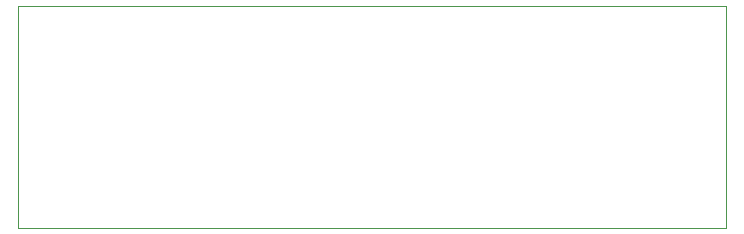
<source format=gbr>
%TF.GenerationSoftware,KiCad,Pcbnew,5.1.9-73d0e3b20d~88~ubuntu20.04.1*%
%TF.CreationDate,2021-01-03T13:42:43+01:00*%
%TF.ProjectId,XT60_panel,58543630-5f70-4616-9e65-6c2e6b696361,rev?*%
%TF.SameCoordinates,Original*%
%TF.FileFunction,Profile,NP*%
%FSLAX46Y46*%
G04 Gerber Fmt 4.6, Leading zero omitted, Abs format (unit mm)*
G04 Created by KiCad (PCBNEW 5.1.9-73d0e3b20d~88~ubuntu20.04.1) date 2021-01-03 13:42:43*
%MOMM*%
%LPD*%
G01*
G04 APERTURE LIST*
%TA.AperFunction,Profile*%
%ADD10C,0.050000*%
%TD*%
G04 APERTURE END LIST*
D10*
X136652000Y-89408000D02*
X136652000Y-70612000D01*
X136652000Y-70612000D02*
X76708000Y-70612000D01*
X76708000Y-89408000D02*
X136652000Y-89408000D01*
X76708000Y-70612000D02*
X76708000Y-89408000D01*
M02*

</source>
